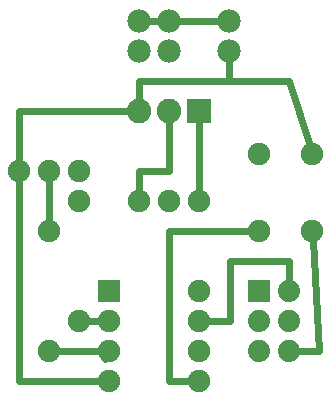
<source format=gbl>
G04 MADE WITH FRITZING*
G04 WWW.FRITZING.ORG*
G04 DOUBLE SIDED*
G04 HOLES PLATED*
G04 CONTOUR ON CENTER OF CONTOUR VECTOR*
%ASAXBY*%
%FSLAX23Y23*%
%MOIN*%
%OFA0B0*%
%SFA1.0B1.0*%
%ADD10C,0.082000*%
%ADD11C,0.078000*%
%ADD12C,0.074000*%
%ADD13C,0.075000*%
%ADD14R,0.082000X0.082000*%
%ADD15R,0.074000X0.074000*%
%ADD16R,0.075000X0.075000*%
%ADD17C,0.024000*%
%LNCOPPER0*%
G90*
G70*
G54D10*
X685Y1009D03*
X585Y1009D03*
X485Y1009D03*
G54D11*
X785Y1309D03*
X785Y1309D03*
X785Y1209D03*
X585Y1309D03*
X585Y1309D03*
X485Y1309D03*
X585Y1209D03*
X585Y1209D03*
X485Y1209D03*
G54D12*
X985Y409D03*
X985Y309D03*
X985Y209D03*
X885Y409D03*
X885Y309D03*
X885Y209D03*
G54D13*
X885Y609D03*
X885Y865D03*
X1062Y609D03*
X1062Y865D03*
X385Y409D03*
X685Y409D03*
X385Y309D03*
X685Y309D03*
X385Y209D03*
X685Y209D03*
X385Y109D03*
X685Y109D03*
X85Y809D03*
X185Y809D03*
X285Y809D03*
X685Y709D03*
X585Y709D03*
X485Y709D03*
X185Y609D03*
X185Y209D03*
X285Y709D03*
X285Y309D03*
G54D14*
X685Y1009D03*
G54D15*
X885Y409D03*
G54D16*
X385Y409D03*
G54D17*
X384Y310D02*
X314Y309D01*
D02*
X357Y317D02*
X384Y310D01*
D02*
X384Y208D02*
X214Y209D01*
D02*
X371Y184D02*
X384Y208D01*
D02*
X985Y509D02*
X787Y509D01*
D02*
X787Y310D02*
X714Y309D01*
D02*
X787Y509D02*
X787Y310D01*
D02*
X985Y440D02*
X985Y509D01*
D02*
X85Y109D02*
X356Y109D01*
D02*
X85Y781D02*
X85Y109D01*
D02*
X185Y781D02*
X185Y609D01*
D02*
X85Y1009D02*
X85Y809D01*
D02*
X453Y1009D02*
X85Y1009D01*
D02*
X685Y709D02*
X685Y977D01*
D02*
X485Y809D02*
X585Y809D01*
D02*
X585Y809D02*
X585Y1009D01*
D02*
X485Y738D02*
X485Y809D01*
D02*
X555Y1309D02*
X515Y1309D01*
D02*
X755Y1309D02*
X615Y1309D01*
D02*
X1085Y209D02*
X985Y209D01*
D02*
X1064Y581D02*
X1085Y209D01*
D02*
X585Y109D02*
X656Y109D01*
D02*
X585Y609D02*
X585Y109D01*
D02*
X856Y609D02*
X585Y609D01*
D02*
X985Y1109D02*
X1054Y893D01*
D02*
X785Y1109D02*
X985Y1109D01*
D02*
X785Y1209D02*
X785Y1109D01*
D02*
X785Y1109D02*
X785Y1179D01*
D02*
X485Y1041D02*
X485Y1109D01*
D02*
X485Y1109D02*
X785Y1109D01*
G04 End of Copper0*
M02*
</source>
